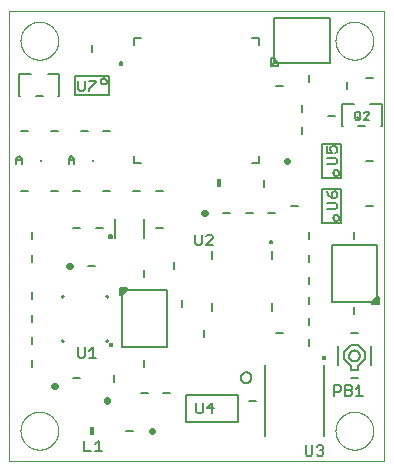
<source format=gto>
G75*
%MOIN*%
%OFA0B0*%
%FSLAX25Y25*%
%IPPOS*%
%LPD*%
%AMOC8*
5,1,8,0,0,1.08239X$1,22.5*
%
%ADD10C,0.00000*%
%ADD11C,0.00500*%
%ADD12C,0.00787*%
%ADD13R,0.01673X0.01772*%
%ADD14C,0.01000*%
%ADD15C,0.00600*%
%ADD16R,0.01800X0.03000*%
%ADD17C,0.02200*%
%ADD18C,0.00800*%
%ADD19R,0.00984X0.00984*%
%ADD20C,0.01575*%
D10*
X0031033Y0023661D02*
X0031033Y0173661D01*
X0156033Y0173661D01*
X0156033Y0023661D01*
X0031033Y0023661D01*
X0034734Y0033661D02*
X0034736Y0033819D01*
X0034742Y0033977D01*
X0034752Y0034135D01*
X0034766Y0034293D01*
X0034784Y0034450D01*
X0034805Y0034607D01*
X0034831Y0034763D01*
X0034861Y0034919D01*
X0034894Y0035074D01*
X0034932Y0035227D01*
X0034973Y0035380D01*
X0035018Y0035532D01*
X0035067Y0035683D01*
X0035120Y0035832D01*
X0035176Y0035980D01*
X0035236Y0036126D01*
X0035300Y0036271D01*
X0035368Y0036414D01*
X0035439Y0036556D01*
X0035513Y0036696D01*
X0035591Y0036833D01*
X0035673Y0036969D01*
X0035757Y0037103D01*
X0035846Y0037234D01*
X0035937Y0037363D01*
X0036032Y0037490D01*
X0036129Y0037615D01*
X0036230Y0037737D01*
X0036334Y0037856D01*
X0036441Y0037973D01*
X0036551Y0038087D01*
X0036664Y0038198D01*
X0036779Y0038307D01*
X0036897Y0038412D01*
X0037018Y0038514D01*
X0037141Y0038614D01*
X0037267Y0038710D01*
X0037395Y0038803D01*
X0037525Y0038893D01*
X0037658Y0038979D01*
X0037793Y0039063D01*
X0037929Y0039142D01*
X0038068Y0039219D01*
X0038209Y0039291D01*
X0038351Y0039361D01*
X0038495Y0039426D01*
X0038641Y0039488D01*
X0038788Y0039546D01*
X0038937Y0039601D01*
X0039087Y0039652D01*
X0039238Y0039699D01*
X0039390Y0039742D01*
X0039543Y0039781D01*
X0039698Y0039817D01*
X0039853Y0039848D01*
X0040009Y0039876D01*
X0040165Y0039900D01*
X0040322Y0039920D01*
X0040480Y0039936D01*
X0040637Y0039948D01*
X0040796Y0039956D01*
X0040954Y0039960D01*
X0041112Y0039960D01*
X0041270Y0039956D01*
X0041429Y0039948D01*
X0041586Y0039936D01*
X0041744Y0039920D01*
X0041901Y0039900D01*
X0042057Y0039876D01*
X0042213Y0039848D01*
X0042368Y0039817D01*
X0042523Y0039781D01*
X0042676Y0039742D01*
X0042828Y0039699D01*
X0042979Y0039652D01*
X0043129Y0039601D01*
X0043278Y0039546D01*
X0043425Y0039488D01*
X0043571Y0039426D01*
X0043715Y0039361D01*
X0043857Y0039291D01*
X0043998Y0039219D01*
X0044137Y0039142D01*
X0044273Y0039063D01*
X0044408Y0038979D01*
X0044541Y0038893D01*
X0044671Y0038803D01*
X0044799Y0038710D01*
X0044925Y0038614D01*
X0045048Y0038514D01*
X0045169Y0038412D01*
X0045287Y0038307D01*
X0045402Y0038198D01*
X0045515Y0038087D01*
X0045625Y0037973D01*
X0045732Y0037856D01*
X0045836Y0037737D01*
X0045937Y0037615D01*
X0046034Y0037490D01*
X0046129Y0037363D01*
X0046220Y0037234D01*
X0046309Y0037103D01*
X0046393Y0036969D01*
X0046475Y0036833D01*
X0046553Y0036696D01*
X0046627Y0036556D01*
X0046698Y0036414D01*
X0046766Y0036271D01*
X0046830Y0036126D01*
X0046890Y0035980D01*
X0046946Y0035832D01*
X0046999Y0035683D01*
X0047048Y0035532D01*
X0047093Y0035380D01*
X0047134Y0035227D01*
X0047172Y0035074D01*
X0047205Y0034919D01*
X0047235Y0034763D01*
X0047261Y0034607D01*
X0047282Y0034450D01*
X0047300Y0034293D01*
X0047314Y0034135D01*
X0047324Y0033977D01*
X0047330Y0033819D01*
X0047332Y0033661D01*
X0047330Y0033503D01*
X0047324Y0033345D01*
X0047314Y0033187D01*
X0047300Y0033029D01*
X0047282Y0032872D01*
X0047261Y0032715D01*
X0047235Y0032559D01*
X0047205Y0032403D01*
X0047172Y0032248D01*
X0047134Y0032095D01*
X0047093Y0031942D01*
X0047048Y0031790D01*
X0046999Y0031639D01*
X0046946Y0031490D01*
X0046890Y0031342D01*
X0046830Y0031196D01*
X0046766Y0031051D01*
X0046698Y0030908D01*
X0046627Y0030766D01*
X0046553Y0030626D01*
X0046475Y0030489D01*
X0046393Y0030353D01*
X0046309Y0030219D01*
X0046220Y0030088D01*
X0046129Y0029959D01*
X0046034Y0029832D01*
X0045937Y0029707D01*
X0045836Y0029585D01*
X0045732Y0029466D01*
X0045625Y0029349D01*
X0045515Y0029235D01*
X0045402Y0029124D01*
X0045287Y0029015D01*
X0045169Y0028910D01*
X0045048Y0028808D01*
X0044925Y0028708D01*
X0044799Y0028612D01*
X0044671Y0028519D01*
X0044541Y0028429D01*
X0044408Y0028343D01*
X0044273Y0028259D01*
X0044137Y0028180D01*
X0043998Y0028103D01*
X0043857Y0028031D01*
X0043715Y0027961D01*
X0043571Y0027896D01*
X0043425Y0027834D01*
X0043278Y0027776D01*
X0043129Y0027721D01*
X0042979Y0027670D01*
X0042828Y0027623D01*
X0042676Y0027580D01*
X0042523Y0027541D01*
X0042368Y0027505D01*
X0042213Y0027474D01*
X0042057Y0027446D01*
X0041901Y0027422D01*
X0041744Y0027402D01*
X0041586Y0027386D01*
X0041429Y0027374D01*
X0041270Y0027366D01*
X0041112Y0027362D01*
X0040954Y0027362D01*
X0040796Y0027366D01*
X0040637Y0027374D01*
X0040480Y0027386D01*
X0040322Y0027402D01*
X0040165Y0027422D01*
X0040009Y0027446D01*
X0039853Y0027474D01*
X0039698Y0027505D01*
X0039543Y0027541D01*
X0039390Y0027580D01*
X0039238Y0027623D01*
X0039087Y0027670D01*
X0038937Y0027721D01*
X0038788Y0027776D01*
X0038641Y0027834D01*
X0038495Y0027896D01*
X0038351Y0027961D01*
X0038209Y0028031D01*
X0038068Y0028103D01*
X0037929Y0028180D01*
X0037793Y0028259D01*
X0037658Y0028343D01*
X0037525Y0028429D01*
X0037395Y0028519D01*
X0037267Y0028612D01*
X0037141Y0028708D01*
X0037018Y0028808D01*
X0036897Y0028910D01*
X0036779Y0029015D01*
X0036664Y0029124D01*
X0036551Y0029235D01*
X0036441Y0029349D01*
X0036334Y0029466D01*
X0036230Y0029585D01*
X0036129Y0029707D01*
X0036032Y0029832D01*
X0035937Y0029959D01*
X0035846Y0030088D01*
X0035757Y0030219D01*
X0035673Y0030353D01*
X0035591Y0030489D01*
X0035513Y0030626D01*
X0035439Y0030766D01*
X0035368Y0030908D01*
X0035300Y0031051D01*
X0035236Y0031196D01*
X0035176Y0031342D01*
X0035120Y0031490D01*
X0035067Y0031639D01*
X0035018Y0031790D01*
X0034973Y0031942D01*
X0034932Y0032095D01*
X0034894Y0032248D01*
X0034861Y0032403D01*
X0034831Y0032559D01*
X0034805Y0032715D01*
X0034784Y0032872D01*
X0034766Y0033029D01*
X0034752Y0033187D01*
X0034742Y0033345D01*
X0034736Y0033503D01*
X0034734Y0033661D01*
X0139734Y0033661D02*
X0139736Y0033819D01*
X0139742Y0033977D01*
X0139752Y0034135D01*
X0139766Y0034293D01*
X0139784Y0034450D01*
X0139805Y0034607D01*
X0139831Y0034763D01*
X0139861Y0034919D01*
X0139894Y0035074D01*
X0139932Y0035227D01*
X0139973Y0035380D01*
X0140018Y0035532D01*
X0140067Y0035683D01*
X0140120Y0035832D01*
X0140176Y0035980D01*
X0140236Y0036126D01*
X0140300Y0036271D01*
X0140368Y0036414D01*
X0140439Y0036556D01*
X0140513Y0036696D01*
X0140591Y0036833D01*
X0140673Y0036969D01*
X0140757Y0037103D01*
X0140846Y0037234D01*
X0140937Y0037363D01*
X0141032Y0037490D01*
X0141129Y0037615D01*
X0141230Y0037737D01*
X0141334Y0037856D01*
X0141441Y0037973D01*
X0141551Y0038087D01*
X0141664Y0038198D01*
X0141779Y0038307D01*
X0141897Y0038412D01*
X0142018Y0038514D01*
X0142141Y0038614D01*
X0142267Y0038710D01*
X0142395Y0038803D01*
X0142525Y0038893D01*
X0142658Y0038979D01*
X0142793Y0039063D01*
X0142929Y0039142D01*
X0143068Y0039219D01*
X0143209Y0039291D01*
X0143351Y0039361D01*
X0143495Y0039426D01*
X0143641Y0039488D01*
X0143788Y0039546D01*
X0143937Y0039601D01*
X0144087Y0039652D01*
X0144238Y0039699D01*
X0144390Y0039742D01*
X0144543Y0039781D01*
X0144698Y0039817D01*
X0144853Y0039848D01*
X0145009Y0039876D01*
X0145165Y0039900D01*
X0145322Y0039920D01*
X0145480Y0039936D01*
X0145637Y0039948D01*
X0145796Y0039956D01*
X0145954Y0039960D01*
X0146112Y0039960D01*
X0146270Y0039956D01*
X0146429Y0039948D01*
X0146586Y0039936D01*
X0146744Y0039920D01*
X0146901Y0039900D01*
X0147057Y0039876D01*
X0147213Y0039848D01*
X0147368Y0039817D01*
X0147523Y0039781D01*
X0147676Y0039742D01*
X0147828Y0039699D01*
X0147979Y0039652D01*
X0148129Y0039601D01*
X0148278Y0039546D01*
X0148425Y0039488D01*
X0148571Y0039426D01*
X0148715Y0039361D01*
X0148857Y0039291D01*
X0148998Y0039219D01*
X0149137Y0039142D01*
X0149273Y0039063D01*
X0149408Y0038979D01*
X0149541Y0038893D01*
X0149671Y0038803D01*
X0149799Y0038710D01*
X0149925Y0038614D01*
X0150048Y0038514D01*
X0150169Y0038412D01*
X0150287Y0038307D01*
X0150402Y0038198D01*
X0150515Y0038087D01*
X0150625Y0037973D01*
X0150732Y0037856D01*
X0150836Y0037737D01*
X0150937Y0037615D01*
X0151034Y0037490D01*
X0151129Y0037363D01*
X0151220Y0037234D01*
X0151309Y0037103D01*
X0151393Y0036969D01*
X0151475Y0036833D01*
X0151553Y0036696D01*
X0151627Y0036556D01*
X0151698Y0036414D01*
X0151766Y0036271D01*
X0151830Y0036126D01*
X0151890Y0035980D01*
X0151946Y0035832D01*
X0151999Y0035683D01*
X0152048Y0035532D01*
X0152093Y0035380D01*
X0152134Y0035227D01*
X0152172Y0035074D01*
X0152205Y0034919D01*
X0152235Y0034763D01*
X0152261Y0034607D01*
X0152282Y0034450D01*
X0152300Y0034293D01*
X0152314Y0034135D01*
X0152324Y0033977D01*
X0152330Y0033819D01*
X0152332Y0033661D01*
X0152330Y0033503D01*
X0152324Y0033345D01*
X0152314Y0033187D01*
X0152300Y0033029D01*
X0152282Y0032872D01*
X0152261Y0032715D01*
X0152235Y0032559D01*
X0152205Y0032403D01*
X0152172Y0032248D01*
X0152134Y0032095D01*
X0152093Y0031942D01*
X0152048Y0031790D01*
X0151999Y0031639D01*
X0151946Y0031490D01*
X0151890Y0031342D01*
X0151830Y0031196D01*
X0151766Y0031051D01*
X0151698Y0030908D01*
X0151627Y0030766D01*
X0151553Y0030626D01*
X0151475Y0030489D01*
X0151393Y0030353D01*
X0151309Y0030219D01*
X0151220Y0030088D01*
X0151129Y0029959D01*
X0151034Y0029832D01*
X0150937Y0029707D01*
X0150836Y0029585D01*
X0150732Y0029466D01*
X0150625Y0029349D01*
X0150515Y0029235D01*
X0150402Y0029124D01*
X0150287Y0029015D01*
X0150169Y0028910D01*
X0150048Y0028808D01*
X0149925Y0028708D01*
X0149799Y0028612D01*
X0149671Y0028519D01*
X0149541Y0028429D01*
X0149408Y0028343D01*
X0149273Y0028259D01*
X0149137Y0028180D01*
X0148998Y0028103D01*
X0148857Y0028031D01*
X0148715Y0027961D01*
X0148571Y0027896D01*
X0148425Y0027834D01*
X0148278Y0027776D01*
X0148129Y0027721D01*
X0147979Y0027670D01*
X0147828Y0027623D01*
X0147676Y0027580D01*
X0147523Y0027541D01*
X0147368Y0027505D01*
X0147213Y0027474D01*
X0147057Y0027446D01*
X0146901Y0027422D01*
X0146744Y0027402D01*
X0146586Y0027386D01*
X0146429Y0027374D01*
X0146270Y0027366D01*
X0146112Y0027362D01*
X0145954Y0027362D01*
X0145796Y0027366D01*
X0145637Y0027374D01*
X0145480Y0027386D01*
X0145322Y0027402D01*
X0145165Y0027422D01*
X0145009Y0027446D01*
X0144853Y0027474D01*
X0144698Y0027505D01*
X0144543Y0027541D01*
X0144390Y0027580D01*
X0144238Y0027623D01*
X0144087Y0027670D01*
X0143937Y0027721D01*
X0143788Y0027776D01*
X0143641Y0027834D01*
X0143495Y0027896D01*
X0143351Y0027961D01*
X0143209Y0028031D01*
X0143068Y0028103D01*
X0142929Y0028180D01*
X0142793Y0028259D01*
X0142658Y0028343D01*
X0142525Y0028429D01*
X0142395Y0028519D01*
X0142267Y0028612D01*
X0142141Y0028708D01*
X0142018Y0028808D01*
X0141897Y0028910D01*
X0141779Y0029015D01*
X0141664Y0029124D01*
X0141551Y0029235D01*
X0141441Y0029349D01*
X0141334Y0029466D01*
X0141230Y0029585D01*
X0141129Y0029707D01*
X0141032Y0029832D01*
X0140937Y0029959D01*
X0140846Y0030088D01*
X0140757Y0030219D01*
X0140673Y0030353D01*
X0140591Y0030489D01*
X0140513Y0030626D01*
X0140439Y0030766D01*
X0140368Y0030908D01*
X0140300Y0031051D01*
X0140236Y0031196D01*
X0140176Y0031342D01*
X0140120Y0031490D01*
X0140067Y0031639D01*
X0140018Y0031790D01*
X0139973Y0031942D01*
X0139932Y0032095D01*
X0139894Y0032248D01*
X0139861Y0032403D01*
X0139831Y0032559D01*
X0139805Y0032715D01*
X0139784Y0032872D01*
X0139766Y0033029D01*
X0139752Y0033187D01*
X0139742Y0033345D01*
X0139736Y0033503D01*
X0139734Y0033661D01*
X0139734Y0163661D02*
X0139736Y0163819D01*
X0139742Y0163977D01*
X0139752Y0164135D01*
X0139766Y0164293D01*
X0139784Y0164450D01*
X0139805Y0164607D01*
X0139831Y0164763D01*
X0139861Y0164919D01*
X0139894Y0165074D01*
X0139932Y0165227D01*
X0139973Y0165380D01*
X0140018Y0165532D01*
X0140067Y0165683D01*
X0140120Y0165832D01*
X0140176Y0165980D01*
X0140236Y0166126D01*
X0140300Y0166271D01*
X0140368Y0166414D01*
X0140439Y0166556D01*
X0140513Y0166696D01*
X0140591Y0166833D01*
X0140673Y0166969D01*
X0140757Y0167103D01*
X0140846Y0167234D01*
X0140937Y0167363D01*
X0141032Y0167490D01*
X0141129Y0167615D01*
X0141230Y0167737D01*
X0141334Y0167856D01*
X0141441Y0167973D01*
X0141551Y0168087D01*
X0141664Y0168198D01*
X0141779Y0168307D01*
X0141897Y0168412D01*
X0142018Y0168514D01*
X0142141Y0168614D01*
X0142267Y0168710D01*
X0142395Y0168803D01*
X0142525Y0168893D01*
X0142658Y0168979D01*
X0142793Y0169063D01*
X0142929Y0169142D01*
X0143068Y0169219D01*
X0143209Y0169291D01*
X0143351Y0169361D01*
X0143495Y0169426D01*
X0143641Y0169488D01*
X0143788Y0169546D01*
X0143937Y0169601D01*
X0144087Y0169652D01*
X0144238Y0169699D01*
X0144390Y0169742D01*
X0144543Y0169781D01*
X0144698Y0169817D01*
X0144853Y0169848D01*
X0145009Y0169876D01*
X0145165Y0169900D01*
X0145322Y0169920D01*
X0145480Y0169936D01*
X0145637Y0169948D01*
X0145796Y0169956D01*
X0145954Y0169960D01*
X0146112Y0169960D01*
X0146270Y0169956D01*
X0146429Y0169948D01*
X0146586Y0169936D01*
X0146744Y0169920D01*
X0146901Y0169900D01*
X0147057Y0169876D01*
X0147213Y0169848D01*
X0147368Y0169817D01*
X0147523Y0169781D01*
X0147676Y0169742D01*
X0147828Y0169699D01*
X0147979Y0169652D01*
X0148129Y0169601D01*
X0148278Y0169546D01*
X0148425Y0169488D01*
X0148571Y0169426D01*
X0148715Y0169361D01*
X0148857Y0169291D01*
X0148998Y0169219D01*
X0149137Y0169142D01*
X0149273Y0169063D01*
X0149408Y0168979D01*
X0149541Y0168893D01*
X0149671Y0168803D01*
X0149799Y0168710D01*
X0149925Y0168614D01*
X0150048Y0168514D01*
X0150169Y0168412D01*
X0150287Y0168307D01*
X0150402Y0168198D01*
X0150515Y0168087D01*
X0150625Y0167973D01*
X0150732Y0167856D01*
X0150836Y0167737D01*
X0150937Y0167615D01*
X0151034Y0167490D01*
X0151129Y0167363D01*
X0151220Y0167234D01*
X0151309Y0167103D01*
X0151393Y0166969D01*
X0151475Y0166833D01*
X0151553Y0166696D01*
X0151627Y0166556D01*
X0151698Y0166414D01*
X0151766Y0166271D01*
X0151830Y0166126D01*
X0151890Y0165980D01*
X0151946Y0165832D01*
X0151999Y0165683D01*
X0152048Y0165532D01*
X0152093Y0165380D01*
X0152134Y0165227D01*
X0152172Y0165074D01*
X0152205Y0164919D01*
X0152235Y0164763D01*
X0152261Y0164607D01*
X0152282Y0164450D01*
X0152300Y0164293D01*
X0152314Y0164135D01*
X0152324Y0163977D01*
X0152330Y0163819D01*
X0152332Y0163661D01*
X0152330Y0163503D01*
X0152324Y0163345D01*
X0152314Y0163187D01*
X0152300Y0163029D01*
X0152282Y0162872D01*
X0152261Y0162715D01*
X0152235Y0162559D01*
X0152205Y0162403D01*
X0152172Y0162248D01*
X0152134Y0162095D01*
X0152093Y0161942D01*
X0152048Y0161790D01*
X0151999Y0161639D01*
X0151946Y0161490D01*
X0151890Y0161342D01*
X0151830Y0161196D01*
X0151766Y0161051D01*
X0151698Y0160908D01*
X0151627Y0160766D01*
X0151553Y0160626D01*
X0151475Y0160489D01*
X0151393Y0160353D01*
X0151309Y0160219D01*
X0151220Y0160088D01*
X0151129Y0159959D01*
X0151034Y0159832D01*
X0150937Y0159707D01*
X0150836Y0159585D01*
X0150732Y0159466D01*
X0150625Y0159349D01*
X0150515Y0159235D01*
X0150402Y0159124D01*
X0150287Y0159015D01*
X0150169Y0158910D01*
X0150048Y0158808D01*
X0149925Y0158708D01*
X0149799Y0158612D01*
X0149671Y0158519D01*
X0149541Y0158429D01*
X0149408Y0158343D01*
X0149273Y0158259D01*
X0149137Y0158180D01*
X0148998Y0158103D01*
X0148857Y0158031D01*
X0148715Y0157961D01*
X0148571Y0157896D01*
X0148425Y0157834D01*
X0148278Y0157776D01*
X0148129Y0157721D01*
X0147979Y0157670D01*
X0147828Y0157623D01*
X0147676Y0157580D01*
X0147523Y0157541D01*
X0147368Y0157505D01*
X0147213Y0157474D01*
X0147057Y0157446D01*
X0146901Y0157422D01*
X0146744Y0157402D01*
X0146586Y0157386D01*
X0146429Y0157374D01*
X0146270Y0157366D01*
X0146112Y0157362D01*
X0145954Y0157362D01*
X0145796Y0157366D01*
X0145637Y0157374D01*
X0145480Y0157386D01*
X0145322Y0157402D01*
X0145165Y0157422D01*
X0145009Y0157446D01*
X0144853Y0157474D01*
X0144698Y0157505D01*
X0144543Y0157541D01*
X0144390Y0157580D01*
X0144238Y0157623D01*
X0144087Y0157670D01*
X0143937Y0157721D01*
X0143788Y0157776D01*
X0143641Y0157834D01*
X0143495Y0157896D01*
X0143351Y0157961D01*
X0143209Y0158031D01*
X0143068Y0158103D01*
X0142929Y0158180D01*
X0142793Y0158259D01*
X0142658Y0158343D01*
X0142525Y0158429D01*
X0142395Y0158519D01*
X0142267Y0158612D01*
X0142141Y0158708D01*
X0142018Y0158808D01*
X0141897Y0158910D01*
X0141779Y0159015D01*
X0141664Y0159124D01*
X0141551Y0159235D01*
X0141441Y0159349D01*
X0141334Y0159466D01*
X0141230Y0159585D01*
X0141129Y0159707D01*
X0141032Y0159832D01*
X0140937Y0159959D01*
X0140846Y0160088D01*
X0140757Y0160219D01*
X0140673Y0160353D01*
X0140591Y0160489D01*
X0140513Y0160626D01*
X0140439Y0160766D01*
X0140368Y0160908D01*
X0140300Y0161051D01*
X0140236Y0161196D01*
X0140176Y0161342D01*
X0140120Y0161490D01*
X0140067Y0161639D01*
X0140018Y0161790D01*
X0139973Y0161942D01*
X0139932Y0162095D01*
X0139894Y0162248D01*
X0139861Y0162403D01*
X0139831Y0162559D01*
X0139805Y0162715D01*
X0139784Y0162872D01*
X0139766Y0163029D01*
X0139752Y0163187D01*
X0139742Y0163345D01*
X0139736Y0163503D01*
X0139734Y0163661D01*
X0034734Y0163661D02*
X0034736Y0163819D01*
X0034742Y0163977D01*
X0034752Y0164135D01*
X0034766Y0164293D01*
X0034784Y0164450D01*
X0034805Y0164607D01*
X0034831Y0164763D01*
X0034861Y0164919D01*
X0034894Y0165074D01*
X0034932Y0165227D01*
X0034973Y0165380D01*
X0035018Y0165532D01*
X0035067Y0165683D01*
X0035120Y0165832D01*
X0035176Y0165980D01*
X0035236Y0166126D01*
X0035300Y0166271D01*
X0035368Y0166414D01*
X0035439Y0166556D01*
X0035513Y0166696D01*
X0035591Y0166833D01*
X0035673Y0166969D01*
X0035757Y0167103D01*
X0035846Y0167234D01*
X0035937Y0167363D01*
X0036032Y0167490D01*
X0036129Y0167615D01*
X0036230Y0167737D01*
X0036334Y0167856D01*
X0036441Y0167973D01*
X0036551Y0168087D01*
X0036664Y0168198D01*
X0036779Y0168307D01*
X0036897Y0168412D01*
X0037018Y0168514D01*
X0037141Y0168614D01*
X0037267Y0168710D01*
X0037395Y0168803D01*
X0037525Y0168893D01*
X0037658Y0168979D01*
X0037793Y0169063D01*
X0037929Y0169142D01*
X0038068Y0169219D01*
X0038209Y0169291D01*
X0038351Y0169361D01*
X0038495Y0169426D01*
X0038641Y0169488D01*
X0038788Y0169546D01*
X0038937Y0169601D01*
X0039087Y0169652D01*
X0039238Y0169699D01*
X0039390Y0169742D01*
X0039543Y0169781D01*
X0039698Y0169817D01*
X0039853Y0169848D01*
X0040009Y0169876D01*
X0040165Y0169900D01*
X0040322Y0169920D01*
X0040480Y0169936D01*
X0040637Y0169948D01*
X0040796Y0169956D01*
X0040954Y0169960D01*
X0041112Y0169960D01*
X0041270Y0169956D01*
X0041429Y0169948D01*
X0041586Y0169936D01*
X0041744Y0169920D01*
X0041901Y0169900D01*
X0042057Y0169876D01*
X0042213Y0169848D01*
X0042368Y0169817D01*
X0042523Y0169781D01*
X0042676Y0169742D01*
X0042828Y0169699D01*
X0042979Y0169652D01*
X0043129Y0169601D01*
X0043278Y0169546D01*
X0043425Y0169488D01*
X0043571Y0169426D01*
X0043715Y0169361D01*
X0043857Y0169291D01*
X0043998Y0169219D01*
X0044137Y0169142D01*
X0044273Y0169063D01*
X0044408Y0168979D01*
X0044541Y0168893D01*
X0044671Y0168803D01*
X0044799Y0168710D01*
X0044925Y0168614D01*
X0045048Y0168514D01*
X0045169Y0168412D01*
X0045287Y0168307D01*
X0045402Y0168198D01*
X0045515Y0168087D01*
X0045625Y0167973D01*
X0045732Y0167856D01*
X0045836Y0167737D01*
X0045937Y0167615D01*
X0046034Y0167490D01*
X0046129Y0167363D01*
X0046220Y0167234D01*
X0046309Y0167103D01*
X0046393Y0166969D01*
X0046475Y0166833D01*
X0046553Y0166696D01*
X0046627Y0166556D01*
X0046698Y0166414D01*
X0046766Y0166271D01*
X0046830Y0166126D01*
X0046890Y0165980D01*
X0046946Y0165832D01*
X0046999Y0165683D01*
X0047048Y0165532D01*
X0047093Y0165380D01*
X0047134Y0165227D01*
X0047172Y0165074D01*
X0047205Y0164919D01*
X0047235Y0164763D01*
X0047261Y0164607D01*
X0047282Y0164450D01*
X0047300Y0164293D01*
X0047314Y0164135D01*
X0047324Y0163977D01*
X0047330Y0163819D01*
X0047332Y0163661D01*
X0047330Y0163503D01*
X0047324Y0163345D01*
X0047314Y0163187D01*
X0047300Y0163029D01*
X0047282Y0162872D01*
X0047261Y0162715D01*
X0047235Y0162559D01*
X0047205Y0162403D01*
X0047172Y0162248D01*
X0047134Y0162095D01*
X0047093Y0161942D01*
X0047048Y0161790D01*
X0046999Y0161639D01*
X0046946Y0161490D01*
X0046890Y0161342D01*
X0046830Y0161196D01*
X0046766Y0161051D01*
X0046698Y0160908D01*
X0046627Y0160766D01*
X0046553Y0160626D01*
X0046475Y0160489D01*
X0046393Y0160353D01*
X0046309Y0160219D01*
X0046220Y0160088D01*
X0046129Y0159959D01*
X0046034Y0159832D01*
X0045937Y0159707D01*
X0045836Y0159585D01*
X0045732Y0159466D01*
X0045625Y0159349D01*
X0045515Y0159235D01*
X0045402Y0159124D01*
X0045287Y0159015D01*
X0045169Y0158910D01*
X0045048Y0158808D01*
X0044925Y0158708D01*
X0044799Y0158612D01*
X0044671Y0158519D01*
X0044541Y0158429D01*
X0044408Y0158343D01*
X0044273Y0158259D01*
X0044137Y0158180D01*
X0043998Y0158103D01*
X0043857Y0158031D01*
X0043715Y0157961D01*
X0043571Y0157896D01*
X0043425Y0157834D01*
X0043278Y0157776D01*
X0043129Y0157721D01*
X0042979Y0157670D01*
X0042828Y0157623D01*
X0042676Y0157580D01*
X0042523Y0157541D01*
X0042368Y0157505D01*
X0042213Y0157474D01*
X0042057Y0157446D01*
X0041901Y0157422D01*
X0041744Y0157402D01*
X0041586Y0157386D01*
X0041429Y0157374D01*
X0041270Y0157366D01*
X0041112Y0157362D01*
X0040954Y0157362D01*
X0040796Y0157366D01*
X0040637Y0157374D01*
X0040480Y0157386D01*
X0040322Y0157402D01*
X0040165Y0157422D01*
X0040009Y0157446D01*
X0039853Y0157474D01*
X0039698Y0157505D01*
X0039543Y0157541D01*
X0039390Y0157580D01*
X0039238Y0157623D01*
X0039087Y0157670D01*
X0038937Y0157721D01*
X0038788Y0157776D01*
X0038641Y0157834D01*
X0038495Y0157896D01*
X0038351Y0157961D01*
X0038209Y0158031D01*
X0038068Y0158103D01*
X0037929Y0158180D01*
X0037793Y0158259D01*
X0037658Y0158343D01*
X0037525Y0158429D01*
X0037395Y0158519D01*
X0037267Y0158612D01*
X0037141Y0158708D01*
X0037018Y0158808D01*
X0036897Y0158910D01*
X0036779Y0159015D01*
X0036664Y0159124D01*
X0036551Y0159235D01*
X0036441Y0159349D01*
X0036334Y0159466D01*
X0036230Y0159585D01*
X0036129Y0159707D01*
X0036032Y0159832D01*
X0035937Y0159959D01*
X0035846Y0160088D01*
X0035757Y0160219D01*
X0035673Y0160353D01*
X0035591Y0160489D01*
X0035513Y0160626D01*
X0035439Y0160766D01*
X0035368Y0160908D01*
X0035300Y0161051D01*
X0035236Y0161196D01*
X0035176Y0161342D01*
X0035120Y0161490D01*
X0035067Y0161639D01*
X0035018Y0161790D01*
X0034973Y0161942D01*
X0034932Y0162095D01*
X0034894Y0162248D01*
X0034861Y0162403D01*
X0034831Y0162559D01*
X0034805Y0162715D01*
X0034784Y0162872D01*
X0034766Y0163029D01*
X0034752Y0163187D01*
X0034742Y0163345D01*
X0034736Y0163503D01*
X0034734Y0163661D01*
D11*
X0034340Y0152598D02*
X0038277Y0152598D01*
X0034340Y0152598D02*
X0034340Y0145118D01*
X0034734Y0145118D01*
X0039852Y0145118D02*
X0042214Y0145118D01*
X0047332Y0145118D02*
X0047726Y0145118D01*
X0047726Y0152598D01*
X0043789Y0152598D01*
X0052824Y0151811D02*
X0052824Y0145511D01*
X0064241Y0145511D01*
X0064241Y0151811D01*
X0052824Y0151811D01*
X0061533Y0150161D02*
X0061535Y0150224D01*
X0061541Y0150286D01*
X0061551Y0150348D01*
X0061564Y0150410D01*
X0061582Y0150470D01*
X0061603Y0150529D01*
X0061628Y0150587D01*
X0061657Y0150643D01*
X0061689Y0150697D01*
X0061724Y0150749D01*
X0061762Y0150798D01*
X0061804Y0150846D01*
X0061848Y0150890D01*
X0061896Y0150932D01*
X0061945Y0150970D01*
X0061997Y0151005D01*
X0062051Y0151037D01*
X0062107Y0151066D01*
X0062165Y0151091D01*
X0062224Y0151112D01*
X0062284Y0151130D01*
X0062346Y0151143D01*
X0062408Y0151153D01*
X0062470Y0151159D01*
X0062533Y0151161D01*
X0062596Y0151159D01*
X0062658Y0151153D01*
X0062720Y0151143D01*
X0062782Y0151130D01*
X0062842Y0151112D01*
X0062901Y0151091D01*
X0062959Y0151066D01*
X0063015Y0151037D01*
X0063069Y0151005D01*
X0063121Y0150970D01*
X0063170Y0150932D01*
X0063218Y0150890D01*
X0063262Y0150846D01*
X0063304Y0150798D01*
X0063342Y0150749D01*
X0063377Y0150697D01*
X0063409Y0150643D01*
X0063438Y0150587D01*
X0063463Y0150529D01*
X0063484Y0150470D01*
X0063502Y0150410D01*
X0063515Y0150348D01*
X0063525Y0150286D01*
X0063531Y0150224D01*
X0063533Y0150161D01*
X0063531Y0150098D01*
X0063525Y0150036D01*
X0063515Y0149974D01*
X0063502Y0149912D01*
X0063484Y0149852D01*
X0063463Y0149793D01*
X0063438Y0149735D01*
X0063409Y0149679D01*
X0063377Y0149625D01*
X0063342Y0149573D01*
X0063304Y0149524D01*
X0063262Y0149476D01*
X0063218Y0149432D01*
X0063170Y0149390D01*
X0063121Y0149352D01*
X0063069Y0149317D01*
X0063015Y0149285D01*
X0062959Y0149256D01*
X0062901Y0149231D01*
X0062842Y0149210D01*
X0062782Y0149192D01*
X0062720Y0149179D01*
X0062658Y0149169D01*
X0062596Y0149163D01*
X0062533Y0149161D01*
X0062470Y0149163D01*
X0062408Y0149169D01*
X0062346Y0149179D01*
X0062284Y0149192D01*
X0062224Y0149210D01*
X0062165Y0149231D01*
X0062107Y0149256D01*
X0062051Y0149285D01*
X0061997Y0149317D01*
X0061945Y0149352D01*
X0061896Y0149390D01*
X0061848Y0149432D01*
X0061804Y0149476D01*
X0061762Y0149524D01*
X0061724Y0149573D01*
X0061689Y0149625D01*
X0061657Y0149679D01*
X0061628Y0149735D01*
X0061603Y0149793D01*
X0061582Y0149852D01*
X0061564Y0149912D01*
X0061551Y0149974D01*
X0061541Y0150036D01*
X0061535Y0150098D01*
X0061533Y0150161D01*
X0058533Y0159980D02*
X0058533Y0162342D01*
X0072667Y0162165D02*
X0072667Y0164527D01*
X0075029Y0164527D01*
X0064714Y0133661D02*
X0062352Y0133661D01*
X0057214Y0133661D02*
X0054852Y0133661D01*
X0051684Y0125113D02*
X0052584Y0124213D01*
X0052584Y0122411D01*
X0052584Y0123762D02*
X0050783Y0123762D01*
X0050783Y0124213D02*
X0051684Y0125113D01*
X0050783Y0124213D02*
X0050783Y0122411D01*
X0052352Y0113661D02*
X0054714Y0113661D01*
X0062352Y0113661D02*
X0064714Y0113661D01*
X0072352Y0113661D02*
X0074714Y0113661D01*
X0079852Y0113661D02*
X0082214Y0113661D01*
X0075029Y0122795D02*
X0072667Y0122795D01*
X0072667Y0125157D01*
X0079852Y0101161D02*
X0082214Y0101161D01*
X0086033Y0089842D02*
X0086033Y0087480D01*
X0076033Y0087342D02*
X0076033Y0084980D01*
X0088533Y0077342D02*
X0088533Y0074980D01*
X0096033Y0067342D02*
X0096033Y0064980D01*
X0098474Y0073602D02*
X0098474Y0076338D01*
X0098474Y0090984D02*
X0098474Y0093720D01*
X0102352Y0106161D02*
X0104714Y0106161D01*
X0109852Y0106161D02*
X0112214Y0106161D01*
X0117352Y0106161D02*
X0119714Y0106161D01*
X0124852Y0108661D02*
X0127214Y0108661D01*
X0131033Y0099842D02*
X0131033Y0097480D01*
X0131033Y0092342D02*
X0131033Y0089980D01*
X0131033Y0084842D02*
X0131033Y0082480D01*
X0131033Y0078342D02*
X0131033Y0075980D01*
X0131033Y0071342D02*
X0131033Y0068980D01*
X0131033Y0064342D02*
X0131033Y0061980D01*
X0135875Y0055472D02*
X0135875Y0031850D01*
X0144852Y0051181D02*
X0147214Y0051181D01*
X0147214Y0053937D02*
X0144852Y0053937D01*
X0144852Y0055118D01*
X0142489Y0057480D01*
X0142489Y0059842D01*
X0144852Y0062204D01*
X0147214Y0062204D01*
X0149576Y0059842D01*
X0149576Y0057480D01*
X0147214Y0055118D01*
X0147214Y0053937D01*
X0151545Y0055511D02*
X0151545Y0061811D01*
X0147214Y0066141D02*
X0144852Y0066141D01*
X0140521Y0061811D02*
X0140521Y0055511D01*
X0144272Y0058661D02*
X0144274Y0058745D01*
X0144280Y0058828D01*
X0144290Y0058912D01*
X0144304Y0058994D01*
X0144322Y0059076D01*
X0144343Y0059157D01*
X0144369Y0059237D01*
X0144398Y0059315D01*
X0144431Y0059393D01*
X0144468Y0059468D01*
X0144508Y0059541D01*
X0144552Y0059613D01*
X0144599Y0059682D01*
X0144649Y0059750D01*
X0144702Y0059814D01*
X0144759Y0059876D01*
X0144818Y0059935D01*
X0144880Y0059992D01*
X0144944Y0060045D01*
X0145012Y0060095D01*
X0145081Y0060142D01*
X0145152Y0060186D01*
X0145226Y0060226D01*
X0145301Y0060263D01*
X0145379Y0060296D01*
X0145457Y0060325D01*
X0145537Y0060351D01*
X0145618Y0060372D01*
X0145700Y0060390D01*
X0145782Y0060404D01*
X0145866Y0060414D01*
X0145949Y0060420D01*
X0146033Y0060422D01*
X0146117Y0060420D01*
X0146200Y0060414D01*
X0146284Y0060404D01*
X0146366Y0060390D01*
X0146448Y0060372D01*
X0146529Y0060351D01*
X0146609Y0060325D01*
X0146687Y0060296D01*
X0146765Y0060263D01*
X0146840Y0060226D01*
X0146913Y0060186D01*
X0146985Y0060142D01*
X0147054Y0060095D01*
X0147122Y0060045D01*
X0147186Y0059992D01*
X0147248Y0059935D01*
X0147307Y0059876D01*
X0147364Y0059814D01*
X0147417Y0059750D01*
X0147467Y0059682D01*
X0147514Y0059613D01*
X0147558Y0059542D01*
X0147598Y0059468D01*
X0147635Y0059393D01*
X0147668Y0059315D01*
X0147697Y0059237D01*
X0147723Y0059157D01*
X0147744Y0059076D01*
X0147762Y0058994D01*
X0147776Y0058912D01*
X0147786Y0058828D01*
X0147792Y0058745D01*
X0147794Y0058661D01*
X0147792Y0058577D01*
X0147786Y0058494D01*
X0147776Y0058410D01*
X0147762Y0058328D01*
X0147744Y0058246D01*
X0147723Y0058165D01*
X0147697Y0058085D01*
X0147668Y0058007D01*
X0147635Y0057929D01*
X0147598Y0057854D01*
X0147558Y0057781D01*
X0147514Y0057709D01*
X0147467Y0057640D01*
X0147417Y0057572D01*
X0147364Y0057508D01*
X0147307Y0057446D01*
X0147248Y0057387D01*
X0147186Y0057330D01*
X0147122Y0057277D01*
X0147054Y0057227D01*
X0146985Y0057180D01*
X0146914Y0057136D01*
X0146840Y0057096D01*
X0146765Y0057059D01*
X0146687Y0057026D01*
X0146609Y0056997D01*
X0146529Y0056971D01*
X0146448Y0056950D01*
X0146366Y0056932D01*
X0146284Y0056918D01*
X0146200Y0056908D01*
X0146117Y0056902D01*
X0146033Y0056900D01*
X0145949Y0056902D01*
X0145866Y0056908D01*
X0145782Y0056918D01*
X0145700Y0056932D01*
X0145618Y0056950D01*
X0145537Y0056971D01*
X0145457Y0056997D01*
X0145379Y0057026D01*
X0145301Y0057059D01*
X0145226Y0057096D01*
X0145153Y0057136D01*
X0145081Y0057180D01*
X0145012Y0057227D01*
X0144944Y0057277D01*
X0144880Y0057330D01*
X0144818Y0057387D01*
X0144759Y0057446D01*
X0144702Y0057508D01*
X0144649Y0057572D01*
X0144599Y0057640D01*
X0144552Y0057709D01*
X0144508Y0057780D01*
X0144468Y0057854D01*
X0144431Y0057929D01*
X0144398Y0058007D01*
X0144369Y0058085D01*
X0144343Y0058165D01*
X0144322Y0058246D01*
X0144304Y0058328D01*
X0144290Y0058410D01*
X0144280Y0058494D01*
X0144274Y0058577D01*
X0144272Y0058661D01*
X0146033Y0072480D02*
X0146033Y0074842D01*
X0146033Y0097480D02*
X0146033Y0099842D01*
X0141682Y0102952D02*
X0141682Y0114370D01*
X0135383Y0114370D01*
X0135383Y0102952D01*
X0141682Y0102952D01*
X0139033Y0104661D02*
X0139035Y0104724D01*
X0139041Y0104786D01*
X0139051Y0104848D01*
X0139064Y0104910D01*
X0139082Y0104970D01*
X0139103Y0105029D01*
X0139128Y0105087D01*
X0139157Y0105143D01*
X0139189Y0105197D01*
X0139224Y0105249D01*
X0139262Y0105298D01*
X0139304Y0105346D01*
X0139348Y0105390D01*
X0139396Y0105432D01*
X0139445Y0105470D01*
X0139497Y0105505D01*
X0139551Y0105537D01*
X0139607Y0105566D01*
X0139665Y0105591D01*
X0139724Y0105612D01*
X0139784Y0105630D01*
X0139846Y0105643D01*
X0139908Y0105653D01*
X0139970Y0105659D01*
X0140033Y0105661D01*
X0140096Y0105659D01*
X0140158Y0105653D01*
X0140220Y0105643D01*
X0140282Y0105630D01*
X0140342Y0105612D01*
X0140401Y0105591D01*
X0140459Y0105566D01*
X0140515Y0105537D01*
X0140569Y0105505D01*
X0140621Y0105470D01*
X0140670Y0105432D01*
X0140718Y0105390D01*
X0140762Y0105346D01*
X0140804Y0105298D01*
X0140842Y0105249D01*
X0140877Y0105197D01*
X0140909Y0105143D01*
X0140938Y0105087D01*
X0140963Y0105029D01*
X0140984Y0104970D01*
X0141002Y0104910D01*
X0141015Y0104848D01*
X0141025Y0104786D01*
X0141031Y0104724D01*
X0141033Y0104661D01*
X0141031Y0104598D01*
X0141025Y0104536D01*
X0141015Y0104474D01*
X0141002Y0104412D01*
X0140984Y0104352D01*
X0140963Y0104293D01*
X0140938Y0104235D01*
X0140909Y0104179D01*
X0140877Y0104125D01*
X0140842Y0104073D01*
X0140804Y0104024D01*
X0140762Y0103976D01*
X0140718Y0103932D01*
X0140670Y0103890D01*
X0140621Y0103852D01*
X0140569Y0103817D01*
X0140515Y0103785D01*
X0140459Y0103756D01*
X0140401Y0103731D01*
X0140342Y0103710D01*
X0140282Y0103692D01*
X0140220Y0103679D01*
X0140158Y0103669D01*
X0140096Y0103663D01*
X0140033Y0103661D01*
X0139970Y0103663D01*
X0139908Y0103669D01*
X0139846Y0103679D01*
X0139784Y0103692D01*
X0139724Y0103710D01*
X0139665Y0103731D01*
X0139607Y0103756D01*
X0139551Y0103785D01*
X0139497Y0103817D01*
X0139445Y0103852D01*
X0139396Y0103890D01*
X0139348Y0103932D01*
X0139304Y0103976D01*
X0139262Y0104024D01*
X0139224Y0104073D01*
X0139189Y0104125D01*
X0139157Y0104179D01*
X0139128Y0104235D01*
X0139103Y0104293D01*
X0139082Y0104352D01*
X0139064Y0104412D01*
X0139051Y0104474D01*
X0139041Y0104536D01*
X0139035Y0104598D01*
X0139033Y0104661D01*
X0149852Y0108661D02*
X0152214Y0108661D01*
X0141682Y0117952D02*
X0141682Y0129370D01*
X0135383Y0129370D01*
X0135383Y0117952D01*
X0141682Y0117952D01*
X0139033Y0119661D02*
X0139035Y0119724D01*
X0139041Y0119786D01*
X0139051Y0119848D01*
X0139064Y0119910D01*
X0139082Y0119970D01*
X0139103Y0120029D01*
X0139128Y0120087D01*
X0139157Y0120143D01*
X0139189Y0120197D01*
X0139224Y0120249D01*
X0139262Y0120298D01*
X0139304Y0120346D01*
X0139348Y0120390D01*
X0139396Y0120432D01*
X0139445Y0120470D01*
X0139497Y0120505D01*
X0139551Y0120537D01*
X0139607Y0120566D01*
X0139665Y0120591D01*
X0139724Y0120612D01*
X0139784Y0120630D01*
X0139846Y0120643D01*
X0139908Y0120653D01*
X0139970Y0120659D01*
X0140033Y0120661D01*
X0140096Y0120659D01*
X0140158Y0120653D01*
X0140220Y0120643D01*
X0140282Y0120630D01*
X0140342Y0120612D01*
X0140401Y0120591D01*
X0140459Y0120566D01*
X0140515Y0120537D01*
X0140569Y0120505D01*
X0140621Y0120470D01*
X0140670Y0120432D01*
X0140718Y0120390D01*
X0140762Y0120346D01*
X0140804Y0120298D01*
X0140842Y0120249D01*
X0140877Y0120197D01*
X0140909Y0120143D01*
X0140938Y0120087D01*
X0140963Y0120029D01*
X0140984Y0119970D01*
X0141002Y0119910D01*
X0141015Y0119848D01*
X0141025Y0119786D01*
X0141031Y0119724D01*
X0141033Y0119661D01*
X0141031Y0119598D01*
X0141025Y0119536D01*
X0141015Y0119474D01*
X0141002Y0119412D01*
X0140984Y0119352D01*
X0140963Y0119293D01*
X0140938Y0119235D01*
X0140909Y0119179D01*
X0140877Y0119125D01*
X0140842Y0119073D01*
X0140804Y0119024D01*
X0140762Y0118976D01*
X0140718Y0118932D01*
X0140670Y0118890D01*
X0140621Y0118852D01*
X0140569Y0118817D01*
X0140515Y0118785D01*
X0140459Y0118756D01*
X0140401Y0118731D01*
X0140342Y0118710D01*
X0140282Y0118692D01*
X0140220Y0118679D01*
X0140158Y0118669D01*
X0140096Y0118663D01*
X0140033Y0118661D01*
X0139970Y0118663D01*
X0139908Y0118669D01*
X0139846Y0118679D01*
X0139784Y0118692D01*
X0139724Y0118710D01*
X0139665Y0118731D01*
X0139607Y0118756D01*
X0139551Y0118785D01*
X0139497Y0118817D01*
X0139445Y0118852D01*
X0139396Y0118890D01*
X0139348Y0118932D01*
X0139304Y0118976D01*
X0139262Y0119024D01*
X0139224Y0119073D01*
X0139189Y0119125D01*
X0139157Y0119179D01*
X0139128Y0119235D01*
X0139103Y0119293D01*
X0139082Y0119352D01*
X0139064Y0119412D01*
X0139051Y0119474D01*
X0139041Y0119536D01*
X0139035Y0119598D01*
X0139033Y0119661D01*
X0149852Y0123661D02*
X0152214Y0123661D01*
X0149714Y0135118D02*
X0147352Y0135118D01*
X0147478Y0137305D02*
X0146578Y0137305D01*
X0146127Y0137755D01*
X0146127Y0139557D01*
X0146578Y0140007D01*
X0147478Y0140007D01*
X0147929Y0139557D01*
X0147929Y0137755D01*
X0147478Y0137305D01*
X0147929Y0137305D02*
X0147028Y0138205D01*
X0149074Y0137305D02*
X0150875Y0139106D01*
X0150875Y0139557D01*
X0150425Y0140007D01*
X0149524Y0140007D01*
X0149074Y0139557D01*
X0151289Y0142598D02*
X0155226Y0142598D01*
X0155226Y0135118D01*
X0154832Y0135118D01*
X0150875Y0137305D02*
X0149074Y0137305D01*
X0145777Y0142598D02*
X0141840Y0142598D01*
X0141840Y0135118D01*
X0142234Y0135118D01*
X0139714Y0138661D02*
X0137352Y0138661D01*
X0143533Y0147480D02*
X0143533Y0149842D01*
X0149852Y0151161D02*
X0152214Y0151161D01*
X0131033Y0152342D02*
X0131033Y0149980D01*
X0128533Y0142342D02*
X0128533Y0139980D01*
X0128533Y0134842D02*
X0128533Y0132480D01*
X0114399Y0125157D02*
X0114399Y0122795D01*
X0112037Y0122795D01*
X0116033Y0117342D02*
X0116033Y0114980D01*
X0118592Y0093622D02*
X0118592Y0090984D01*
X0118592Y0076338D02*
X0118592Y0073602D01*
X0119852Y0066161D02*
X0122214Y0066161D01*
X0116190Y0055472D02*
X0116190Y0031850D01*
X0107194Y0036437D02*
X0089871Y0036437D01*
X0089871Y0045492D01*
X0107194Y0045492D01*
X0107194Y0036437D01*
X0110852Y0043661D02*
X0113214Y0043661D01*
X0108189Y0051397D02*
X0108191Y0051481D01*
X0108197Y0051564D01*
X0108207Y0051648D01*
X0108221Y0051730D01*
X0108239Y0051812D01*
X0108260Y0051893D01*
X0108286Y0051973D01*
X0108315Y0052051D01*
X0108348Y0052129D01*
X0108385Y0052204D01*
X0108425Y0052277D01*
X0108469Y0052349D01*
X0108516Y0052418D01*
X0108566Y0052486D01*
X0108619Y0052550D01*
X0108676Y0052612D01*
X0108735Y0052671D01*
X0108797Y0052728D01*
X0108861Y0052781D01*
X0108929Y0052831D01*
X0108998Y0052878D01*
X0109069Y0052922D01*
X0109143Y0052962D01*
X0109218Y0052999D01*
X0109296Y0053032D01*
X0109374Y0053061D01*
X0109454Y0053087D01*
X0109535Y0053108D01*
X0109617Y0053126D01*
X0109699Y0053140D01*
X0109783Y0053150D01*
X0109866Y0053156D01*
X0109950Y0053158D01*
X0110034Y0053156D01*
X0110117Y0053150D01*
X0110201Y0053140D01*
X0110283Y0053126D01*
X0110365Y0053108D01*
X0110446Y0053087D01*
X0110526Y0053061D01*
X0110604Y0053032D01*
X0110682Y0052999D01*
X0110757Y0052962D01*
X0110830Y0052922D01*
X0110902Y0052878D01*
X0110971Y0052831D01*
X0111039Y0052781D01*
X0111103Y0052728D01*
X0111165Y0052671D01*
X0111224Y0052612D01*
X0111281Y0052550D01*
X0111334Y0052486D01*
X0111384Y0052418D01*
X0111431Y0052349D01*
X0111475Y0052278D01*
X0111515Y0052204D01*
X0111552Y0052129D01*
X0111585Y0052051D01*
X0111614Y0051973D01*
X0111640Y0051893D01*
X0111661Y0051812D01*
X0111679Y0051730D01*
X0111693Y0051648D01*
X0111703Y0051564D01*
X0111709Y0051481D01*
X0111711Y0051397D01*
X0111709Y0051313D01*
X0111703Y0051230D01*
X0111693Y0051146D01*
X0111679Y0051064D01*
X0111661Y0050982D01*
X0111640Y0050901D01*
X0111614Y0050821D01*
X0111585Y0050743D01*
X0111552Y0050665D01*
X0111515Y0050590D01*
X0111475Y0050517D01*
X0111431Y0050445D01*
X0111384Y0050376D01*
X0111334Y0050308D01*
X0111281Y0050244D01*
X0111224Y0050182D01*
X0111165Y0050123D01*
X0111103Y0050066D01*
X0111039Y0050013D01*
X0110971Y0049963D01*
X0110902Y0049916D01*
X0110831Y0049872D01*
X0110757Y0049832D01*
X0110682Y0049795D01*
X0110604Y0049762D01*
X0110526Y0049733D01*
X0110446Y0049707D01*
X0110365Y0049686D01*
X0110283Y0049668D01*
X0110201Y0049654D01*
X0110117Y0049644D01*
X0110034Y0049638D01*
X0109950Y0049636D01*
X0109866Y0049638D01*
X0109783Y0049644D01*
X0109699Y0049654D01*
X0109617Y0049668D01*
X0109535Y0049686D01*
X0109454Y0049707D01*
X0109374Y0049733D01*
X0109296Y0049762D01*
X0109218Y0049795D01*
X0109143Y0049832D01*
X0109070Y0049872D01*
X0108998Y0049916D01*
X0108929Y0049963D01*
X0108861Y0050013D01*
X0108797Y0050066D01*
X0108735Y0050123D01*
X0108676Y0050182D01*
X0108619Y0050244D01*
X0108566Y0050308D01*
X0108516Y0050376D01*
X0108469Y0050445D01*
X0108425Y0050516D01*
X0108385Y0050590D01*
X0108348Y0050665D01*
X0108315Y0050743D01*
X0108286Y0050821D01*
X0108260Y0050901D01*
X0108239Y0050982D01*
X0108221Y0051064D01*
X0108207Y0051146D01*
X0108197Y0051230D01*
X0108191Y0051313D01*
X0108189Y0051397D01*
X0084714Y0046161D02*
X0082352Y0046161D01*
X0077214Y0046161D02*
X0074852Y0046161D01*
X0076033Y0054980D02*
X0076033Y0057342D01*
X0066033Y0052342D02*
X0066033Y0049980D01*
X0054714Y0051161D02*
X0052352Y0051161D01*
X0038533Y0054980D02*
X0038533Y0057342D01*
X0038533Y0062480D02*
X0038533Y0064842D01*
X0038533Y0069980D02*
X0038533Y0072342D01*
X0038533Y0077480D02*
X0038533Y0079842D01*
X0038533Y0089980D02*
X0038533Y0092342D01*
X0038533Y0097480D02*
X0038533Y0099842D01*
X0037214Y0113661D02*
X0034852Y0113661D01*
X0035084Y0122411D02*
X0035084Y0124213D01*
X0034184Y0125113D01*
X0033283Y0124213D01*
X0033283Y0122411D01*
X0033283Y0123762D02*
X0035084Y0123762D01*
X0034852Y0133661D02*
X0037214Y0133661D01*
X0044852Y0133661D02*
X0047214Y0133661D01*
X0047214Y0113661D02*
X0044852Y0113661D01*
X0052352Y0101161D02*
X0054714Y0101161D01*
X0059852Y0101161D02*
X0062214Y0101161D01*
X0064734Y0098405D02*
X0065127Y0098405D01*
X0065127Y0098011D01*
X0059714Y0088661D02*
X0057352Y0088661D01*
X0069852Y0033661D02*
X0072214Y0033661D01*
X0119852Y0148661D02*
X0122214Y0148661D01*
X0114399Y0162165D02*
X0114399Y0164527D01*
X0112037Y0164527D01*
D12*
X0067855Y0156078D02*
X0067857Y0156117D01*
X0067863Y0156156D01*
X0067873Y0156194D01*
X0067886Y0156231D01*
X0067903Y0156266D01*
X0067923Y0156300D01*
X0067947Y0156331D01*
X0067974Y0156360D01*
X0068003Y0156386D01*
X0068035Y0156409D01*
X0068069Y0156429D01*
X0068105Y0156445D01*
X0068142Y0156457D01*
X0068181Y0156466D01*
X0068220Y0156471D01*
X0068259Y0156472D01*
X0068298Y0156469D01*
X0068337Y0156462D01*
X0068374Y0156451D01*
X0068411Y0156437D01*
X0068446Y0156419D01*
X0068479Y0156398D01*
X0068510Y0156373D01*
X0068538Y0156346D01*
X0068563Y0156316D01*
X0068585Y0156283D01*
X0068604Y0156249D01*
X0068619Y0156213D01*
X0068631Y0156175D01*
X0068639Y0156137D01*
X0068643Y0156098D01*
X0068643Y0156058D01*
X0068639Y0156019D01*
X0068631Y0155981D01*
X0068619Y0155943D01*
X0068604Y0155907D01*
X0068585Y0155873D01*
X0068563Y0155840D01*
X0068538Y0155810D01*
X0068510Y0155783D01*
X0068479Y0155758D01*
X0068446Y0155737D01*
X0068411Y0155719D01*
X0068374Y0155705D01*
X0068337Y0155694D01*
X0068298Y0155687D01*
X0068259Y0155684D01*
X0068220Y0155685D01*
X0068181Y0155690D01*
X0068142Y0155699D01*
X0068105Y0155711D01*
X0068069Y0155727D01*
X0068035Y0155747D01*
X0068003Y0155770D01*
X0067974Y0155796D01*
X0067947Y0155825D01*
X0067923Y0155856D01*
X0067903Y0155890D01*
X0067886Y0155925D01*
X0067873Y0155962D01*
X0067863Y0156000D01*
X0067857Y0156039D01*
X0067855Y0156078D01*
X0117883Y0096476D02*
X0117885Y0096515D01*
X0117891Y0096554D01*
X0117901Y0096592D01*
X0117914Y0096629D01*
X0117931Y0096664D01*
X0117951Y0096698D01*
X0117975Y0096729D01*
X0118002Y0096758D01*
X0118031Y0096784D01*
X0118063Y0096807D01*
X0118097Y0096827D01*
X0118133Y0096843D01*
X0118170Y0096855D01*
X0118209Y0096864D01*
X0118248Y0096869D01*
X0118287Y0096870D01*
X0118326Y0096867D01*
X0118365Y0096860D01*
X0118402Y0096849D01*
X0118439Y0096835D01*
X0118474Y0096817D01*
X0118507Y0096796D01*
X0118538Y0096771D01*
X0118566Y0096744D01*
X0118591Y0096714D01*
X0118613Y0096681D01*
X0118632Y0096647D01*
X0118647Y0096611D01*
X0118659Y0096573D01*
X0118667Y0096535D01*
X0118671Y0096496D01*
X0118671Y0096456D01*
X0118667Y0096417D01*
X0118659Y0096379D01*
X0118647Y0096341D01*
X0118632Y0096305D01*
X0118613Y0096271D01*
X0118591Y0096238D01*
X0118566Y0096208D01*
X0118538Y0096181D01*
X0118507Y0096156D01*
X0118474Y0096135D01*
X0118439Y0096117D01*
X0118402Y0096103D01*
X0118365Y0096092D01*
X0118326Y0096085D01*
X0118287Y0096082D01*
X0118248Y0096083D01*
X0118209Y0096088D01*
X0118170Y0096097D01*
X0118133Y0096109D01*
X0118097Y0096125D01*
X0118063Y0096145D01*
X0118031Y0096168D01*
X0118002Y0096194D01*
X0117975Y0096223D01*
X0117951Y0096254D01*
X0117931Y0096288D01*
X0117914Y0096323D01*
X0117901Y0096360D01*
X0117891Y0096398D01*
X0117885Y0096437D01*
X0117883Y0096476D01*
D13*
X0064842Y0062303D03*
D14*
X0063513Y0063681D02*
X0063513Y0064074D01*
X0063513Y0063681D02*
X0063119Y0063681D01*
X0063513Y0078248D02*
X0063513Y0078641D01*
X0063119Y0078641D01*
X0048946Y0078641D02*
X0048552Y0078641D01*
X0048552Y0078248D01*
X0048552Y0064074D02*
X0048552Y0063681D01*
X0048946Y0063681D01*
D15*
X0054022Y0061431D02*
X0054022Y0058595D01*
X0054589Y0058028D01*
X0055723Y0058028D01*
X0056290Y0058595D01*
X0056290Y0061431D01*
X0057705Y0060297D02*
X0058839Y0061431D01*
X0058839Y0058028D01*
X0057705Y0058028D02*
X0059973Y0058028D01*
X0060784Y0030364D02*
X0060784Y0026961D01*
X0059650Y0026961D02*
X0061918Y0026961D01*
X0059650Y0029230D02*
X0060784Y0030364D01*
X0058235Y0026961D02*
X0055966Y0026961D01*
X0055966Y0030364D01*
X0093289Y0040028D02*
X0093857Y0039461D01*
X0094991Y0039461D01*
X0095558Y0040028D01*
X0095558Y0042864D01*
X0096973Y0041162D02*
X0099241Y0041162D01*
X0098674Y0039461D02*
X0098674Y0042864D01*
X0096973Y0041162D01*
X0093289Y0040028D02*
X0093289Y0042864D01*
X0129783Y0028787D02*
X0129783Y0025952D01*
X0130350Y0025384D01*
X0131485Y0025384D01*
X0132052Y0025952D01*
X0132052Y0028787D01*
X0133466Y0028220D02*
X0134033Y0028787D01*
X0135168Y0028787D01*
X0135735Y0028220D01*
X0135735Y0027653D01*
X0135168Y0027086D01*
X0135735Y0026519D01*
X0135735Y0025952D01*
X0135168Y0025384D01*
X0134033Y0025384D01*
X0133466Y0025952D01*
X0134601Y0027086D02*
X0135168Y0027086D01*
X0139197Y0045374D02*
X0139197Y0048777D01*
X0140898Y0048777D01*
X0141465Y0048210D01*
X0141465Y0047076D01*
X0140898Y0046509D01*
X0139197Y0046509D01*
X0142880Y0047076D02*
X0144581Y0047076D01*
X0145148Y0046509D01*
X0145148Y0045942D01*
X0144581Y0045374D01*
X0142880Y0045374D01*
X0142880Y0048777D01*
X0144581Y0048777D01*
X0145148Y0048210D01*
X0145148Y0047643D01*
X0144581Y0047076D01*
X0146563Y0047643D02*
X0147697Y0048777D01*
X0147697Y0045374D01*
X0146563Y0045374D02*
X0148832Y0045374D01*
X0098947Y0095607D02*
X0096678Y0095607D01*
X0098947Y0097876D01*
X0098947Y0098443D01*
X0098379Y0099010D01*
X0097245Y0099010D01*
X0096678Y0098443D01*
X0095263Y0099010D02*
X0095263Y0096175D01*
X0094696Y0095607D01*
X0093562Y0095607D01*
X0092995Y0096175D01*
X0092995Y0099010D01*
X0136830Y0107461D02*
X0139666Y0107461D01*
X0140233Y0108028D01*
X0140233Y0109162D01*
X0139666Y0109730D01*
X0136830Y0109730D01*
X0138531Y0111144D02*
X0138531Y0112846D01*
X0139098Y0113413D01*
X0139666Y0113413D01*
X0140233Y0112846D01*
X0140233Y0111711D01*
X0139666Y0111144D01*
X0138531Y0111144D01*
X0137397Y0112278D01*
X0136830Y0113413D01*
X0136830Y0122461D02*
X0139666Y0122461D01*
X0140233Y0123028D01*
X0140233Y0124162D01*
X0139666Y0124730D01*
X0136830Y0124730D01*
X0136830Y0126144D02*
X0138531Y0126144D01*
X0137964Y0127278D01*
X0137964Y0127846D01*
X0138531Y0128413D01*
X0139666Y0128413D01*
X0140233Y0127846D01*
X0140233Y0126711D01*
X0139666Y0126144D01*
X0136830Y0126144D02*
X0136830Y0128413D01*
X0059918Y0149797D02*
X0057650Y0147528D01*
X0057650Y0146961D01*
X0056235Y0147528D02*
X0056235Y0150364D01*
X0057650Y0150364D02*
X0059918Y0150364D01*
X0059918Y0149797D01*
X0056235Y0147528D02*
X0055668Y0146961D01*
X0054534Y0146961D01*
X0053966Y0147528D01*
X0053966Y0150364D01*
D16*
X0101033Y0116161D03*
X0058533Y0033661D03*
D17*
X0063533Y0043541D02*
X0063533Y0043781D01*
X0078413Y0033661D02*
X0078653Y0033661D01*
X0046153Y0048661D02*
X0045913Y0048661D01*
X0050913Y0088661D02*
X0051153Y0088661D01*
X0095913Y0106161D02*
X0096153Y0106161D01*
X0123413Y0123661D02*
X0123653Y0123661D01*
D18*
X0138552Y0095610D02*
X0153513Y0095610D01*
X0153513Y0078287D01*
X0151938Y0076712D01*
X0151938Y0075925D01*
X0154300Y0075925D01*
X0152726Y0077500D01*
X0153513Y0078287D02*
X0154300Y0078287D01*
X0154300Y0075925D01*
X0153513Y0076712D02*
X0151938Y0076712D01*
X0138552Y0076712D01*
X0138552Y0095610D01*
X0153513Y0078287D02*
X0153513Y0076712D01*
X0083513Y0080610D02*
X0083513Y0061712D01*
X0068552Y0061712D01*
X0068552Y0079035D01*
X0070127Y0080610D01*
X0070127Y0081397D01*
X0067765Y0081397D01*
X0069340Y0079822D01*
X0068552Y0079035D02*
X0067765Y0079035D01*
X0067765Y0081397D01*
X0068552Y0080610D02*
X0068552Y0079035D01*
X0068552Y0080610D02*
X0070127Y0080610D01*
X0083513Y0080610D01*
X0075757Y0098011D02*
X0075757Y0104311D01*
X0066308Y0104311D02*
X0066308Y0098011D01*
X0064177Y0098405D02*
X0064179Y0098452D01*
X0064185Y0098498D01*
X0064194Y0098544D01*
X0064208Y0098588D01*
X0064225Y0098632D01*
X0064246Y0098673D01*
X0064270Y0098713D01*
X0064297Y0098751D01*
X0064328Y0098786D01*
X0064361Y0098819D01*
X0064397Y0098849D01*
X0064436Y0098875D01*
X0064476Y0098899D01*
X0064518Y0098918D01*
X0064562Y0098935D01*
X0064607Y0098947D01*
X0064653Y0098956D01*
X0064699Y0098961D01*
X0064746Y0098962D01*
X0064792Y0098959D01*
X0064838Y0098952D01*
X0064884Y0098941D01*
X0064928Y0098927D01*
X0064971Y0098909D01*
X0065012Y0098887D01*
X0065052Y0098862D01*
X0065089Y0098834D01*
X0065124Y0098803D01*
X0065156Y0098769D01*
X0065185Y0098732D01*
X0065210Y0098694D01*
X0065233Y0098653D01*
X0065252Y0098610D01*
X0065267Y0098566D01*
X0065279Y0098521D01*
X0065287Y0098475D01*
X0065291Y0098428D01*
X0065291Y0098382D01*
X0065287Y0098335D01*
X0065279Y0098289D01*
X0065267Y0098244D01*
X0065252Y0098200D01*
X0065233Y0098157D01*
X0065210Y0098116D01*
X0065185Y0098078D01*
X0065156Y0098041D01*
X0065124Y0098007D01*
X0065089Y0097976D01*
X0065052Y0097948D01*
X0065013Y0097923D01*
X0064971Y0097901D01*
X0064928Y0097883D01*
X0064884Y0097869D01*
X0064838Y0097858D01*
X0064792Y0097851D01*
X0064746Y0097848D01*
X0064699Y0097849D01*
X0064653Y0097854D01*
X0064607Y0097863D01*
X0064562Y0097875D01*
X0064518Y0097892D01*
X0064476Y0097911D01*
X0064436Y0097935D01*
X0064397Y0097961D01*
X0064361Y0097991D01*
X0064328Y0098024D01*
X0064297Y0098059D01*
X0064270Y0098097D01*
X0064246Y0098137D01*
X0064225Y0098178D01*
X0064208Y0098222D01*
X0064194Y0098266D01*
X0064185Y0098312D01*
X0064179Y0098358D01*
X0064177Y0098405D01*
X0118297Y0155393D02*
X0118297Y0157755D01*
X0119084Y0157755D01*
X0120659Y0156181D01*
X0120659Y0155393D01*
X0118297Y0155393D01*
X0119871Y0156968D01*
X0119084Y0156181D02*
X0120659Y0156181D01*
X0137982Y0156181D01*
X0137982Y0171141D01*
X0119084Y0171141D01*
X0119084Y0157755D01*
X0119084Y0156181D01*
D19*
X0059025Y0123661D03*
X0041525Y0123661D03*
D20*
X0135875Y0057834D03*
M02*

</source>
